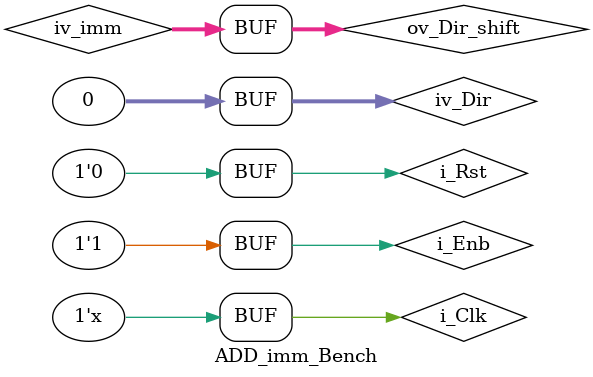
<source format=v>
module ADD_imm_Bench();

	reg i_Clk;
	reg i_Rst;
	reg i_Enb;
	reg [31:0] iv_Dir;
	reg [31:0] iv_imm;
	wire [31:0] ov_Dir_shift;
	
	

ADD_imm ADD_imm(
	.i_Clk(i_Clk),
	.i_Rst(i_Rst),
	.i_Enb(i_Enb),
	.iv_Dir(iv_Dir),
	.iv_imm(iv_imm),
	.ov_Dir_shift(ov_Dir_shift)
);


initial
begin
	i_Clk = 0;
	i_Rst = 1;
	i_Enb = 1;
	iv_Dir = 0;
	iv_imm = 32'hFFFF_FFFF;
	#100;
	i_Rst = 0;
	repeat(10)
	begin
		iv_imm <= ov_Dir_shift;
		#500;
	end
end


always
begin
	i_Clk = ~i_Clk;
	#20;
end


endmodule 
</source>
